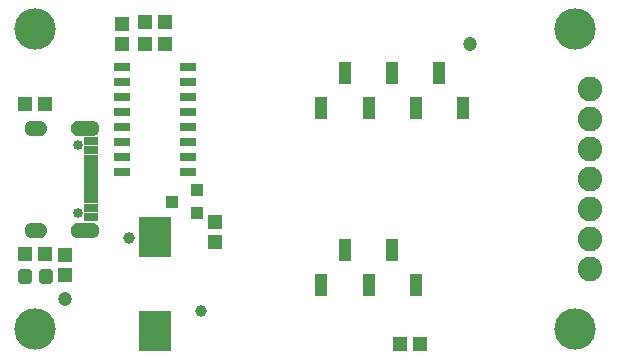
<source format=gts>
G75*
%MOIN*%
%OFA0B0*%
%FSLAX25Y25*%
%IPPOS*%
%LPD*%
%AMOC8*
5,1,8,0,0,1.08239X$1,22.5*
%
%ADD10C,0.01990*%
%ADD11R,0.04737X0.05131*%
%ADD12C,0.13800*%
%ADD13R,0.04343X0.03950*%
%ADD14R,0.10643X0.13398*%
%ADD15C,0.03950*%
%ADD16C,0.04737*%
%ADD17R,0.05524X0.03162*%
%ADD18R,0.04737X0.01981*%
%ADD19R,0.04737X0.03162*%
%ADD20C,0.03359*%
%ADD21C,0.00039*%
%ADD22R,0.05131X0.04737*%
%ADD23R,0.04146X0.07493*%
%ADD24C,0.08200*%
D10*
X0101429Y0091127D02*
X0101429Y0093873D01*
X0104175Y0093873D01*
X0104175Y0091127D01*
X0101429Y0091127D01*
X0101429Y0093017D02*
X0104175Y0093017D01*
X0108335Y0093873D02*
X0108335Y0091127D01*
X0108335Y0093873D02*
X0111081Y0093873D01*
X0111081Y0091127D01*
X0108335Y0091127D01*
X0108335Y0093017D02*
X0111081Y0093017D01*
D11*
X0116255Y0092904D03*
X0116255Y0099596D03*
X0166255Y0104154D03*
X0166255Y0110846D03*
X0135255Y0170154D03*
X0135255Y0176846D03*
D12*
X0106255Y0075000D03*
X0286255Y0075000D03*
X0286255Y0175000D03*
X0106255Y0175000D03*
D13*
X0160192Y0121240D03*
X0151924Y0117500D03*
X0160192Y0113760D03*
D14*
X0146255Y0105748D03*
X0146255Y0074252D03*
D15*
X0161609Y0081142D03*
X0137397Y0105354D03*
D16*
X0116255Y0085000D03*
X0251255Y0170000D03*
D17*
X0157279Y0162500D03*
X0157279Y0157500D03*
X0157279Y0152500D03*
X0157279Y0147500D03*
X0157279Y0142500D03*
X0157279Y0137500D03*
X0157279Y0132500D03*
X0157279Y0127500D03*
X0135231Y0127500D03*
X0135231Y0132500D03*
X0135231Y0137500D03*
X0135231Y0142500D03*
X0135231Y0147500D03*
X0135231Y0152500D03*
X0135231Y0157500D03*
X0135231Y0162500D03*
D18*
X0124916Y0131890D03*
X0124916Y0129921D03*
X0124916Y0127953D03*
X0124916Y0125984D03*
X0124916Y0124016D03*
X0124916Y0122047D03*
X0124916Y0120079D03*
X0124916Y0118110D03*
D19*
X0124916Y0115354D03*
X0124916Y0112303D03*
X0124916Y0134646D03*
X0124916Y0137697D03*
D20*
X0120566Y0136378D03*
X0120566Y0113622D03*
D21*
X0120271Y0110354D02*
X0119772Y0110274D01*
X0119304Y0110084D01*
X0118889Y0109795D01*
X0118549Y0109421D01*
X0118301Y0108981D01*
X0118158Y0108496D01*
X0118125Y0107992D01*
X0118158Y0107488D01*
X0118301Y0107003D01*
X0118549Y0106563D01*
X0118889Y0106189D01*
X0119304Y0105900D01*
X0119772Y0105711D01*
X0120271Y0105630D01*
X0124995Y0105630D01*
X0125437Y0105691D01*
X0125859Y0105837D01*
X0126243Y0106062D01*
X0126577Y0106358D01*
X0126846Y0106714D01*
X0127041Y0107115D01*
X0127154Y0107547D01*
X0127180Y0107992D01*
X0127154Y0108437D01*
X0127041Y0108869D01*
X0126846Y0109270D01*
X0126577Y0109626D01*
X0126243Y0109922D01*
X0125859Y0110147D01*
X0125437Y0110293D01*
X0124995Y0110354D01*
X0120271Y0110354D01*
X0120207Y0110344D02*
X0125070Y0110344D01*
X0125344Y0110306D02*
X0119973Y0110306D01*
X0119758Y0110268D02*
X0125509Y0110268D01*
X0125619Y0110230D02*
X0119665Y0110230D01*
X0119571Y0110193D02*
X0125728Y0110193D01*
X0125838Y0110155D02*
X0119478Y0110155D01*
X0119384Y0110117D02*
X0125911Y0110117D01*
X0125976Y0110079D02*
X0119296Y0110079D01*
X0119242Y0110041D02*
X0126040Y0110041D01*
X0126105Y0110003D02*
X0119187Y0110003D01*
X0119133Y0109965D02*
X0126170Y0109965D01*
X0126234Y0109927D02*
X0119079Y0109927D01*
X0119024Y0109889D02*
X0126280Y0109889D01*
X0126323Y0109852D02*
X0118970Y0109852D01*
X0118916Y0109814D02*
X0126365Y0109814D01*
X0126408Y0109776D02*
X0118872Y0109776D01*
X0118837Y0109738D02*
X0126451Y0109738D01*
X0126493Y0109700D02*
X0118803Y0109700D01*
X0118768Y0109662D02*
X0126536Y0109662D01*
X0126578Y0109624D02*
X0118734Y0109624D01*
X0118700Y0109586D02*
X0126607Y0109586D01*
X0126635Y0109549D02*
X0118665Y0109549D01*
X0118631Y0109511D02*
X0126664Y0109511D01*
X0126693Y0109473D02*
X0118596Y0109473D01*
X0118562Y0109435D02*
X0126722Y0109435D01*
X0126750Y0109397D02*
X0118536Y0109397D01*
X0118514Y0109359D02*
X0126779Y0109359D01*
X0126808Y0109321D02*
X0118493Y0109321D01*
X0118472Y0109283D02*
X0126836Y0109283D01*
X0126858Y0109245D02*
X0118450Y0109245D01*
X0118429Y0109208D02*
X0126877Y0109208D01*
X0126895Y0109170D02*
X0118408Y0109170D01*
X0118386Y0109132D02*
X0126913Y0109132D01*
X0126932Y0109094D02*
X0118365Y0109094D01*
X0118344Y0109056D02*
X0126950Y0109056D01*
X0126969Y0109018D02*
X0118322Y0109018D01*
X0118301Y0108980D02*
X0126987Y0108980D01*
X0127005Y0108942D02*
X0118290Y0108942D01*
X0118279Y0108905D02*
X0127024Y0108905D01*
X0127042Y0108867D02*
X0118267Y0108867D01*
X0118256Y0108829D02*
X0127052Y0108829D01*
X0127061Y0108791D02*
X0118245Y0108791D01*
X0118234Y0108753D02*
X0127071Y0108753D01*
X0127081Y0108715D02*
X0118223Y0108715D01*
X0118211Y0108677D02*
X0127091Y0108677D01*
X0127101Y0108639D02*
X0118200Y0108639D01*
X0118189Y0108601D02*
X0127111Y0108601D01*
X0127121Y0108564D02*
X0118178Y0108564D01*
X0118166Y0108526D02*
X0127131Y0108526D01*
X0127141Y0108488D02*
X0118157Y0108488D01*
X0118155Y0108450D02*
X0127151Y0108450D01*
X0127155Y0108412D02*
X0118152Y0108412D01*
X0118150Y0108374D02*
X0127158Y0108374D01*
X0127160Y0108336D02*
X0118147Y0108336D01*
X0118145Y0108298D02*
X0127162Y0108298D01*
X0127164Y0108261D02*
X0118142Y0108261D01*
X0118140Y0108223D02*
X0127167Y0108223D01*
X0127169Y0108185D02*
X0118138Y0108185D01*
X0118135Y0108147D02*
X0127171Y0108147D01*
X0127173Y0108109D02*
X0118133Y0108109D01*
X0118130Y0108071D02*
X0127176Y0108071D01*
X0127178Y0108033D02*
X0118128Y0108033D01*
X0118125Y0107995D02*
X0127180Y0107995D01*
X0127178Y0107958D02*
X0118127Y0107958D01*
X0118130Y0107920D02*
X0127176Y0107920D01*
X0127174Y0107882D02*
X0118132Y0107882D01*
X0118135Y0107844D02*
X0127171Y0107844D01*
X0127169Y0107806D02*
X0118137Y0107806D01*
X0118140Y0107768D02*
X0127167Y0107768D01*
X0127165Y0107730D02*
X0118142Y0107730D01*
X0118144Y0107692D02*
X0127162Y0107692D01*
X0127160Y0107654D02*
X0118147Y0107654D01*
X0118149Y0107617D02*
X0127158Y0107617D01*
X0127156Y0107579D02*
X0118152Y0107579D01*
X0118154Y0107541D02*
X0127152Y0107541D01*
X0127142Y0107503D02*
X0118157Y0107503D01*
X0118164Y0107465D02*
X0127132Y0107465D01*
X0127123Y0107427D02*
X0118176Y0107427D01*
X0118187Y0107389D02*
X0127113Y0107389D01*
X0127103Y0107351D02*
X0118198Y0107351D01*
X0118209Y0107314D02*
X0127093Y0107314D01*
X0127083Y0107276D02*
X0118221Y0107276D01*
X0118232Y0107238D02*
X0127073Y0107238D01*
X0127063Y0107200D02*
X0118243Y0107200D01*
X0118254Y0107162D02*
X0127053Y0107162D01*
X0127043Y0107124D02*
X0118266Y0107124D01*
X0118277Y0107086D02*
X0127027Y0107086D01*
X0127009Y0107048D02*
X0118288Y0107048D01*
X0118299Y0107010D02*
X0126990Y0107010D01*
X0126972Y0106973D02*
X0118319Y0106973D01*
X0118340Y0106935D02*
X0126953Y0106935D01*
X0126935Y0106897D02*
X0118361Y0106897D01*
X0118383Y0106859D02*
X0126917Y0106859D01*
X0126898Y0106821D02*
X0118404Y0106821D01*
X0118425Y0106783D02*
X0126880Y0106783D01*
X0126861Y0106745D02*
X0118447Y0106745D01*
X0118468Y0106707D02*
X0126841Y0106707D01*
X0126813Y0106670D02*
X0118489Y0106670D01*
X0118511Y0106632D02*
X0126784Y0106632D01*
X0126755Y0106594D02*
X0118532Y0106594D01*
X0118556Y0106556D02*
X0126727Y0106556D01*
X0126698Y0106518D02*
X0118590Y0106518D01*
X0118625Y0106480D02*
X0126669Y0106480D01*
X0126640Y0106442D02*
X0118659Y0106442D01*
X0118694Y0106404D02*
X0126612Y0106404D01*
X0126583Y0106366D02*
X0118728Y0106366D01*
X0118762Y0106329D02*
X0126543Y0106329D01*
X0126501Y0106291D02*
X0118797Y0106291D01*
X0118831Y0106253D02*
X0126458Y0106253D01*
X0126415Y0106215D02*
X0118866Y0106215D01*
X0118906Y0106177D02*
X0126373Y0106177D01*
X0126330Y0106139D02*
X0118961Y0106139D01*
X0119015Y0106101D02*
X0126287Y0106101D01*
X0126245Y0106063D02*
X0119069Y0106063D01*
X0119124Y0106026D02*
X0126181Y0106026D01*
X0126116Y0105988D02*
X0119178Y0105988D01*
X0119232Y0105950D02*
X0126051Y0105950D01*
X0125987Y0105912D02*
X0119287Y0105912D01*
X0119368Y0105874D02*
X0125922Y0105874D01*
X0125856Y0105836D02*
X0119462Y0105836D01*
X0119555Y0105798D02*
X0125747Y0105798D01*
X0125638Y0105760D02*
X0119649Y0105760D01*
X0119742Y0105723D02*
X0125528Y0105723D01*
X0125392Y0105685D02*
X0119932Y0105685D01*
X0120167Y0105647D02*
X0125117Y0105647D01*
X0109692Y0107530D02*
X0109555Y0107085D01*
X0109334Y0106676D01*
X0109038Y0106318D01*
X0108677Y0106024D01*
X0108266Y0105807D01*
X0107820Y0105674D01*
X0107357Y0105630D01*
X0104995Y0105630D01*
X0104536Y0105677D01*
X0104096Y0105813D01*
X0103690Y0106032D01*
X0103335Y0106326D01*
X0103044Y0106684D01*
X0102828Y0107091D01*
X0102696Y0107533D01*
X0102653Y0107992D01*
X0102709Y0108516D01*
X0102881Y0109014D01*
X0103160Y0109461D01*
X0103531Y0109835D01*
X0103976Y0110117D01*
X0104472Y0110293D01*
X0104995Y0110354D01*
X0107357Y0110354D01*
X0107886Y0110297D01*
X0108388Y0110124D01*
X0108839Y0109843D01*
X0109216Y0109469D01*
X0109500Y0109020D01*
X0109678Y0108520D01*
X0109739Y0107992D01*
X0109692Y0107530D01*
X0109693Y0107541D02*
X0102695Y0107541D01*
X0102692Y0107579D02*
X0109697Y0107579D01*
X0109701Y0107617D02*
X0102688Y0107617D01*
X0102685Y0107654D02*
X0109705Y0107654D01*
X0109709Y0107692D02*
X0102681Y0107692D01*
X0102677Y0107730D02*
X0109712Y0107730D01*
X0109716Y0107768D02*
X0102674Y0107768D01*
X0102670Y0107806D02*
X0109720Y0107806D01*
X0109724Y0107844D02*
X0102667Y0107844D01*
X0102663Y0107882D02*
X0109728Y0107882D01*
X0109732Y0107920D02*
X0102660Y0107920D01*
X0102656Y0107958D02*
X0109736Y0107958D01*
X0109739Y0107995D02*
X0102653Y0107995D01*
X0102657Y0108033D02*
X0109735Y0108033D01*
X0109730Y0108071D02*
X0102661Y0108071D01*
X0102665Y0108109D02*
X0109726Y0108109D01*
X0109721Y0108147D02*
X0102669Y0108147D01*
X0102674Y0108185D02*
X0109717Y0108185D01*
X0109712Y0108223D02*
X0102678Y0108223D01*
X0102682Y0108261D02*
X0109708Y0108261D01*
X0109704Y0108298D02*
X0102686Y0108298D01*
X0102690Y0108336D02*
X0109699Y0108336D01*
X0109695Y0108374D02*
X0102694Y0108374D01*
X0102698Y0108412D02*
X0109690Y0108412D01*
X0109686Y0108450D02*
X0102702Y0108450D01*
X0102706Y0108488D02*
X0109681Y0108488D01*
X0109676Y0108526D02*
X0102713Y0108526D01*
X0102726Y0108564D02*
X0109662Y0108564D01*
X0109649Y0108601D02*
X0102739Y0108601D01*
X0102752Y0108639D02*
X0109635Y0108639D01*
X0109622Y0108677D02*
X0102765Y0108677D01*
X0102778Y0108715D02*
X0109608Y0108715D01*
X0109595Y0108753D02*
X0102791Y0108753D01*
X0102804Y0108791D02*
X0109581Y0108791D01*
X0109568Y0108829D02*
X0102818Y0108829D01*
X0102831Y0108867D02*
X0109555Y0108867D01*
X0109541Y0108905D02*
X0102844Y0108905D01*
X0102857Y0108942D02*
X0109528Y0108942D01*
X0109514Y0108980D02*
X0102870Y0108980D01*
X0102884Y0109018D02*
X0109501Y0109018D01*
X0109477Y0109056D02*
X0102908Y0109056D01*
X0102931Y0109094D02*
X0109453Y0109094D01*
X0109429Y0109132D02*
X0102955Y0109132D01*
X0102978Y0109170D02*
X0109405Y0109170D01*
X0109381Y0109208D02*
X0103002Y0109208D01*
X0103026Y0109245D02*
X0109357Y0109245D01*
X0109333Y0109283D02*
X0103049Y0109283D01*
X0103073Y0109321D02*
X0109309Y0109321D01*
X0109285Y0109359D02*
X0103096Y0109359D01*
X0103120Y0109397D02*
X0109261Y0109397D01*
X0109237Y0109435D02*
X0103144Y0109435D01*
X0103171Y0109473D02*
X0109212Y0109473D01*
X0109174Y0109511D02*
X0103209Y0109511D01*
X0103247Y0109549D02*
X0109135Y0109549D01*
X0109097Y0109586D02*
X0103284Y0109586D01*
X0103322Y0109624D02*
X0109059Y0109624D01*
X0109021Y0109662D02*
X0103359Y0109662D01*
X0103397Y0109700D02*
X0108983Y0109700D01*
X0108944Y0109738D02*
X0103434Y0109738D01*
X0103472Y0109776D02*
X0108906Y0109776D01*
X0108868Y0109814D02*
X0103510Y0109814D01*
X0103557Y0109852D02*
X0108825Y0109852D01*
X0108764Y0109889D02*
X0103617Y0109889D01*
X0103676Y0109927D02*
X0108703Y0109927D01*
X0108642Y0109965D02*
X0103736Y0109965D01*
X0103796Y0110003D02*
X0108581Y0110003D01*
X0108520Y0110041D02*
X0103856Y0110041D01*
X0103915Y0110079D02*
X0108460Y0110079D01*
X0108399Y0110117D02*
X0103975Y0110117D01*
X0104081Y0110155D02*
X0108298Y0110155D01*
X0108188Y0110193D02*
X0104188Y0110193D01*
X0104295Y0110230D02*
X0108079Y0110230D01*
X0107969Y0110268D02*
X0104402Y0110268D01*
X0104583Y0110306D02*
X0107802Y0110306D01*
X0107452Y0110344D02*
X0104907Y0110344D01*
X0102705Y0107503D02*
X0109684Y0107503D01*
X0109672Y0107465D02*
X0102716Y0107465D01*
X0102728Y0107427D02*
X0109660Y0107427D01*
X0109649Y0107389D02*
X0102739Y0107389D01*
X0102750Y0107351D02*
X0109637Y0107351D01*
X0109625Y0107314D02*
X0102762Y0107314D01*
X0102773Y0107276D02*
X0109614Y0107276D01*
X0109602Y0107238D02*
X0102784Y0107238D01*
X0102796Y0107200D02*
X0109590Y0107200D01*
X0109579Y0107162D02*
X0102807Y0107162D01*
X0102818Y0107124D02*
X0109567Y0107124D01*
X0109555Y0107086D02*
X0102831Y0107086D01*
X0102851Y0107048D02*
X0109535Y0107048D01*
X0109515Y0107010D02*
X0102871Y0107010D01*
X0102891Y0106973D02*
X0109494Y0106973D01*
X0109474Y0106935D02*
X0102911Y0106935D01*
X0102931Y0106897D02*
X0109453Y0106897D01*
X0109433Y0106859D02*
X0102951Y0106859D01*
X0102971Y0106821D02*
X0109412Y0106821D01*
X0109392Y0106783D02*
X0102991Y0106783D01*
X0103011Y0106745D02*
X0109372Y0106745D01*
X0109351Y0106707D02*
X0103031Y0106707D01*
X0103055Y0106670D02*
X0109329Y0106670D01*
X0109297Y0106632D02*
X0103086Y0106632D01*
X0103117Y0106594D02*
X0109266Y0106594D01*
X0109235Y0106556D02*
X0103148Y0106556D01*
X0103178Y0106518D02*
X0109203Y0106518D01*
X0109172Y0106480D02*
X0103209Y0106480D01*
X0103240Y0106442D02*
X0109141Y0106442D01*
X0109109Y0106404D02*
X0103271Y0106404D01*
X0103302Y0106366D02*
X0109078Y0106366D01*
X0109047Y0106329D02*
X0103333Y0106329D01*
X0103377Y0106291D02*
X0109004Y0106291D01*
X0108958Y0106253D02*
X0103423Y0106253D01*
X0103469Y0106215D02*
X0108911Y0106215D01*
X0108865Y0106177D02*
X0103515Y0106177D01*
X0103560Y0106139D02*
X0108818Y0106139D01*
X0108772Y0106101D02*
X0103606Y0106101D01*
X0103652Y0106063D02*
X0108725Y0106063D01*
X0108679Y0106026D02*
X0103702Y0106026D01*
X0103772Y0105988D02*
X0108608Y0105988D01*
X0108536Y0105950D02*
X0103842Y0105950D01*
X0103912Y0105912D02*
X0108465Y0105912D01*
X0108393Y0105874D02*
X0103982Y0105874D01*
X0104052Y0105836D02*
X0108322Y0105836D01*
X0108238Y0105798D02*
X0104143Y0105798D01*
X0104266Y0105760D02*
X0108111Y0105760D01*
X0107984Y0105723D02*
X0104389Y0105723D01*
X0104512Y0105685D02*
X0107857Y0105685D01*
X0107536Y0105647D02*
X0104831Y0105647D01*
X0104995Y0139646D02*
X0104536Y0139693D01*
X0104096Y0139828D01*
X0103690Y0140048D01*
X0103335Y0140342D01*
X0103044Y0140699D01*
X0102828Y0141107D01*
X0102696Y0141549D01*
X0102653Y0142008D01*
X0102709Y0142532D01*
X0102881Y0143030D01*
X0103160Y0143477D01*
X0103531Y0143851D01*
X0103976Y0144133D01*
X0104472Y0144309D01*
X0104995Y0144370D01*
X0107357Y0144370D01*
X0107886Y0144313D01*
X0108388Y0144139D01*
X0108839Y0143859D01*
X0109216Y0143485D01*
X0109500Y0143036D01*
X0109678Y0142535D01*
X0109739Y0142008D01*
X0109692Y0141545D01*
X0109555Y0141101D01*
X0109334Y0140692D01*
X0109038Y0140333D01*
X0108677Y0140040D01*
X0108266Y0139822D01*
X0107820Y0139689D01*
X0107357Y0139646D01*
X0104995Y0139646D01*
X0104814Y0139664D02*
X0107554Y0139664D01*
X0107863Y0139702D02*
X0104506Y0139702D01*
X0104383Y0139740D02*
X0107990Y0139740D01*
X0108117Y0139778D02*
X0104260Y0139778D01*
X0104137Y0139816D02*
X0108243Y0139816D01*
X0108325Y0139854D02*
X0104049Y0139854D01*
X0103979Y0139892D02*
X0108396Y0139892D01*
X0108468Y0139929D02*
X0103909Y0139929D01*
X0103839Y0139967D02*
X0108540Y0139967D01*
X0108611Y0140005D02*
X0103769Y0140005D01*
X0103698Y0140043D02*
X0108681Y0140043D01*
X0108727Y0140081D02*
X0103650Y0140081D01*
X0103604Y0140119D02*
X0108774Y0140119D01*
X0108820Y0140157D02*
X0103558Y0140157D01*
X0103512Y0140195D02*
X0108867Y0140195D01*
X0108913Y0140232D02*
X0103467Y0140232D01*
X0103421Y0140270D02*
X0108960Y0140270D01*
X0109007Y0140308D02*
X0103375Y0140308D01*
X0103331Y0140346D02*
X0109048Y0140346D01*
X0109079Y0140384D02*
X0103300Y0140384D01*
X0103269Y0140422D02*
X0109111Y0140422D01*
X0109142Y0140460D02*
X0103239Y0140460D01*
X0103208Y0140498D02*
X0109173Y0140498D01*
X0109205Y0140536D02*
X0103177Y0140536D01*
X0103146Y0140573D02*
X0109236Y0140573D01*
X0109268Y0140611D02*
X0103115Y0140611D01*
X0103085Y0140649D02*
X0109299Y0140649D01*
X0109330Y0140687D02*
X0103054Y0140687D01*
X0103030Y0140725D02*
X0109352Y0140725D01*
X0109372Y0140763D02*
X0103010Y0140763D01*
X0102990Y0140801D02*
X0109393Y0140801D01*
X0109413Y0140839D02*
X0102970Y0140839D01*
X0102950Y0140876D02*
X0109434Y0140876D01*
X0109454Y0140914D02*
X0102930Y0140914D01*
X0102910Y0140952D02*
X0109475Y0140952D01*
X0109495Y0140990D02*
X0102890Y0140990D01*
X0102870Y0141028D02*
X0109516Y0141028D01*
X0109536Y0141066D02*
X0102850Y0141066D01*
X0102830Y0141104D02*
X0109556Y0141104D01*
X0109568Y0141142D02*
X0102818Y0141142D01*
X0102806Y0141179D02*
X0109579Y0141179D01*
X0109591Y0141217D02*
X0102795Y0141217D01*
X0102784Y0141255D02*
X0109603Y0141255D01*
X0109614Y0141293D02*
X0102772Y0141293D01*
X0102761Y0141331D02*
X0109626Y0141331D01*
X0109638Y0141369D02*
X0102750Y0141369D01*
X0102738Y0141407D02*
X0109649Y0141407D01*
X0109661Y0141445D02*
X0102727Y0141445D01*
X0102716Y0141483D02*
X0109673Y0141483D01*
X0109684Y0141520D02*
X0102704Y0141520D01*
X0102695Y0141558D02*
X0109693Y0141558D01*
X0109697Y0141596D02*
X0102692Y0141596D01*
X0102688Y0141634D02*
X0109701Y0141634D01*
X0109705Y0141672D02*
X0102684Y0141672D01*
X0102681Y0141710D02*
X0109709Y0141710D01*
X0109713Y0141748D02*
X0102677Y0141748D01*
X0102674Y0141786D02*
X0109716Y0141786D01*
X0109720Y0141823D02*
X0102670Y0141823D01*
X0102667Y0141861D02*
X0109724Y0141861D01*
X0109728Y0141899D02*
X0102663Y0141899D01*
X0102659Y0141937D02*
X0109732Y0141937D01*
X0109736Y0141975D02*
X0102656Y0141975D01*
X0102653Y0142013D02*
X0109739Y0142013D01*
X0109734Y0142051D02*
X0102657Y0142051D01*
X0102661Y0142089D02*
X0109730Y0142089D01*
X0109725Y0142127D02*
X0102666Y0142127D01*
X0102670Y0142164D02*
X0109721Y0142164D01*
X0109717Y0142202D02*
X0102674Y0142202D01*
X0102678Y0142240D02*
X0109712Y0142240D01*
X0109708Y0142278D02*
X0102682Y0142278D01*
X0102686Y0142316D02*
X0109703Y0142316D01*
X0109699Y0142354D02*
X0102690Y0142354D01*
X0102694Y0142392D02*
X0109694Y0142392D01*
X0109690Y0142430D02*
X0102698Y0142430D01*
X0102703Y0142467D02*
X0109686Y0142467D01*
X0109681Y0142505D02*
X0102707Y0142505D01*
X0102714Y0142543D02*
X0109675Y0142543D01*
X0109661Y0142581D02*
X0102727Y0142581D01*
X0102740Y0142619D02*
X0109648Y0142619D01*
X0109635Y0142657D02*
X0102753Y0142657D01*
X0102766Y0142695D02*
X0109621Y0142695D01*
X0109608Y0142733D02*
X0102779Y0142733D01*
X0102792Y0142771D02*
X0109594Y0142771D01*
X0109581Y0142808D02*
X0102805Y0142808D01*
X0102818Y0142846D02*
X0109567Y0142846D01*
X0109554Y0142884D02*
X0102831Y0142884D01*
X0102844Y0142922D02*
X0109541Y0142922D01*
X0109527Y0142960D02*
X0102857Y0142960D01*
X0102870Y0142998D02*
X0109514Y0142998D01*
X0109500Y0143036D02*
X0102885Y0143036D01*
X0102909Y0143074D02*
X0109476Y0143074D01*
X0109452Y0143111D02*
X0102932Y0143111D01*
X0102956Y0143149D02*
X0109428Y0143149D01*
X0109404Y0143187D02*
X0102980Y0143187D01*
X0103003Y0143225D02*
X0109380Y0143225D01*
X0109356Y0143263D02*
X0103027Y0143263D01*
X0103050Y0143301D02*
X0109332Y0143301D01*
X0109308Y0143339D02*
X0103074Y0143339D01*
X0103097Y0143377D02*
X0109284Y0143377D01*
X0109260Y0143414D02*
X0103121Y0143414D01*
X0103145Y0143452D02*
X0109236Y0143452D01*
X0109210Y0143490D02*
X0103173Y0143490D01*
X0103211Y0143528D02*
X0109172Y0143528D01*
X0109134Y0143566D02*
X0103248Y0143566D01*
X0103286Y0143604D02*
X0109095Y0143604D01*
X0109057Y0143642D02*
X0103323Y0143642D01*
X0103361Y0143680D02*
X0109019Y0143680D01*
X0108981Y0143718D02*
X0103399Y0143718D01*
X0103436Y0143755D02*
X0108943Y0143755D01*
X0108904Y0143793D02*
X0103474Y0143793D01*
X0103511Y0143831D02*
X0108866Y0143831D01*
X0108822Y0143869D02*
X0103560Y0143869D01*
X0103619Y0143907D02*
X0108761Y0143907D01*
X0108700Y0143945D02*
X0103679Y0143945D01*
X0103739Y0143983D02*
X0108639Y0143983D01*
X0108578Y0144021D02*
X0103799Y0144021D01*
X0103858Y0144058D02*
X0108518Y0144058D01*
X0108457Y0144096D02*
X0103918Y0144096D01*
X0103979Y0144134D02*
X0108396Y0144134D01*
X0108293Y0144172D02*
X0104086Y0144172D01*
X0104193Y0144210D02*
X0108183Y0144210D01*
X0108074Y0144248D02*
X0104300Y0144248D01*
X0104407Y0144286D02*
X0107964Y0144286D01*
X0107785Y0144324D02*
X0104598Y0144324D01*
X0104922Y0144362D02*
X0107436Y0144362D01*
X0118158Y0142512D02*
X0118125Y0142008D01*
X0118158Y0141504D01*
X0118301Y0141019D01*
X0118549Y0140579D01*
X0118889Y0140205D01*
X0119304Y0139916D01*
X0119772Y0139726D01*
X0120271Y0139646D01*
X0124995Y0139646D01*
X0125437Y0139707D01*
X0125859Y0139853D01*
X0126243Y0140078D01*
X0126577Y0140374D01*
X0126846Y0140730D01*
X0127041Y0141131D01*
X0127154Y0141563D01*
X0127180Y0142008D01*
X0127154Y0142453D01*
X0127041Y0142885D01*
X0126846Y0143286D01*
X0126577Y0143642D01*
X0118736Y0143642D01*
X0118770Y0143680D02*
X0126534Y0143680D01*
X0126491Y0143718D02*
X0118804Y0143718D01*
X0118839Y0143755D02*
X0126449Y0143755D01*
X0126406Y0143793D02*
X0118873Y0143793D01*
X0118889Y0143811D02*
X0119304Y0144100D01*
X0119772Y0144289D01*
X0120271Y0144370D01*
X0124995Y0144370D01*
X0125437Y0144309D01*
X0125859Y0144163D01*
X0126243Y0143938D01*
X0126577Y0143642D01*
X0126605Y0143604D02*
X0118701Y0143604D01*
X0118667Y0143566D02*
X0126634Y0143566D01*
X0126663Y0143528D02*
X0118632Y0143528D01*
X0118598Y0143490D02*
X0126692Y0143490D01*
X0126720Y0143452D02*
X0118564Y0143452D01*
X0118549Y0143437D02*
X0118889Y0143811D01*
X0118918Y0143831D02*
X0126363Y0143831D01*
X0126321Y0143869D02*
X0118973Y0143869D01*
X0119027Y0143907D02*
X0126278Y0143907D01*
X0126231Y0143945D02*
X0119081Y0143945D01*
X0119136Y0143983D02*
X0126167Y0143983D01*
X0126102Y0144021D02*
X0119190Y0144021D01*
X0119244Y0144058D02*
X0126037Y0144058D01*
X0125973Y0144096D02*
X0119299Y0144096D01*
X0119388Y0144134D02*
X0125908Y0144134D01*
X0125833Y0144172D02*
X0119482Y0144172D01*
X0119576Y0144210D02*
X0125723Y0144210D01*
X0125614Y0144248D02*
X0119669Y0144248D01*
X0119763Y0144286D02*
X0125504Y0144286D01*
X0125332Y0144324D02*
X0119983Y0144324D01*
X0120218Y0144362D02*
X0125057Y0144362D01*
X0126749Y0143414D02*
X0118537Y0143414D01*
X0118549Y0143437D02*
X0118301Y0142997D01*
X0118158Y0142512D01*
X0118157Y0142505D02*
X0127140Y0142505D01*
X0127150Y0142467D02*
X0118155Y0142467D01*
X0118152Y0142430D02*
X0127155Y0142430D01*
X0127158Y0142392D02*
X0118150Y0142392D01*
X0118147Y0142354D02*
X0127160Y0142354D01*
X0127162Y0142316D02*
X0118145Y0142316D01*
X0118143Y0142278D02*
X0127164Y0142278D01*
X0127166Y0142240D02*
X0118140Y0142240D01*
X0118138Y0142202D02*
X0127169Y0142202D01*
X0127171Y0142164D02*
X0118135Y0142164D01*
X0118133Y0142127D02*
X0127173Y0142127D01*
X0127175Y0142089D02*
X0118130Y0142089D01*
X0118128Y0142051D02*
X0127178Y0142051D01*
X0127180Y0142013D02*
X0118125Y0142013D01*
X0118127Y0141975D02*
X0127178Y0141975D01*
X0127176Y0141937D02*
X0118130Y0141937D01*
X0118132Y0141899D02*
X0127174Y0141899D01*
X0127172Y0141861D02*
X0118135Y0141861D01*
X0118137Y0141823D02*
X0127169Y0141823D01*
X0127167Y0141786D02*
X0118139Y0141786D01*
X0118142Y0141748D02*
X0127165Y0141748D01*
X0127163Y0141710D02*
X0118144Y0141710D01*
X0118147Y0141672D02*
X0127160Y0141672D01*
X0127158Y0141634D02*
X0118149Y0141634D01*
X0118152Y0141596D02*
X0127156Y0141596D01*
X0127153Y0141558D02*
X0118154Y0141558D01*
X0118156Y0141520D02*
X0127143Y0141520D01*
X0127133Y0141483D02*
X0118164Y0141483D01*
X0118175Y0141445D02*
X0127123Y0141445D01*
X0127113Y0141407D02*
X0118186Y0141407D01*
X0118198Y0141369D02*
X0127103Y0141369D01*
X0127093Y0141331D02*
X0118209Y0141331D01*
X0118220Y0141293D02*
X0127083Y0141293D01*
X0127074Y0141255D02*
X0118231Y0141255D01*
X0118243Y0141217D02*
X0127064Y0141217D01*
X0127054Y0141179D02*
X0118254Y0141179D01*
X0118265Y0141142D02*
X0127044Y0141142D01*
X0127028Y0141104D02*
X0118276Y0141104D01*
X0118288Y0141066D02*
X0127009Y0141066D01*
X0126991Y0141028D02*
X0118299Y0141028D01*
X0118318Y0140990D02*
X0126973Y0140990D01*
X0126954Y0140952D02*
X0118339Y0140952D01*
X0118360Y0140914D02*
X0126936Y0140914D01*
X0126918Y0140876D02*
X0118382Y0140876D01*
X0118403Y0140839D02*
X0126899Y0140839D01*
X0126881Y0140801D02*
X0118424Y0140801D01*
X0118446Y0140763D02*
X0126862Y0140763D01*
X0126843Y0140725D02*
X0118467Y0140725D01*
X0118489Y0140687D02*
X0126814Y0140687D01*
X0126785Y0140649D02*
X0118510Y0140649D01*
X0118531Y0140611D02*
X0126757Y0140611D01*
X0126728Y0140573D02*
X0118554Y0140573D01*
X0118589Y0140536D02*
X0126699Y0140536D01*
X0126670Y0140498D02*
X0118623Y0140498D01*
X0118658Y0140460D02*
X0126642Y0140460D01*
X0126613Y0140422D02*
X0118692Y0140422D01*
X0118726Y0140384D02*
X0126584Y0140384D01*
X0126545Y0140346D02*
X0118761Y0140346D01*
X0118795Y0140308D02*
X0126503Y0140308D01*
X0126460Y0140270D02*
X0118830Y0140270D01*
X0118864Y0140232D02*
X0126417Y0140232D01*
X0126375Y0140195D02*
X0118904Y0140195D01*
X0118958Y0140157D02*
X0126332Y0140157D01*
X0126289Y0140119D02*
X0119013Y0140119D01*
X0119067Y0140081D02*
X0126247Y0140081D01*
X0126184Y0140043D02*
X0119121Y0140043D01*
X0119176Y0140005D02*
X0126119Y0140005D01*
X0126054Y0139967D02*
X0119230Y0139967D01*
X0119284Y0139929D02*
X0125990Y0139929D01*
X0125925Y0139892D02*
X0119364Y0139892D01*
X0119457Y0139854D02*
X0125860Y0139854D01*
X0125752Y0139816D02*
X0119551Y0139816D01*
X0119644Y0139778D02*
X0125643Y0139778D01*
X0125533Y0139740D02*
X0119738Y0139740D01*
X0119921Y0139702D02*
X0125404Y0139702D01*
X0125130Y0139664D02*
X0120156Y0139664D01*
X0118167Y0142543D02*
X0127130Y0142543D01*
X0127120Y0142581D02*
X0118178Y0142581D01*
X0118189Y0142619D02*
X0127111Y0142619D01*
X0127101Y0142657D02*
X0118201Y0142657D01*
X0118212Y0142695D02*
X0127091Y0142695D01*
X0127081Y0142733D02*
X0118223Y0142733D01*
X0118234Y0142771D02*
X0127071Y0142771D01*
X0127061Y0142808D02*
X0118246Y0142808D01*
X0118257Y0142846D02*
X0127051Y0142846D01*
X0127041Y0142884D02*
X0118268Y0142884D01*
X0118279Y0142922D02*
X0127023Y0142922D01*
X0127005Y0142960D02*
X0118291Y0142960D01*
X0118302Y0142998D02*
X0126986Y0142998D01*
X0126968Y0143036D02*
X0118323Y0143036D01*
X0118345Y0143074D02*
X0126949Y0143074D01*
X0126931Y0143111D02*
X0118366Y0143111D01*
X0118387Y0143149D02*
X0126913Y0143149D01*
X0126894Y0143187D02*
X0118409Y0143187D01*
X0118430Y0143225D02*
X0126876Y0143225D01*
X0126857Y0143263D02*
X0118451Y0143263D01*
X0118473Y0143301D02*
X0126835Y0143301D01*
X0126806Y0143339D02*
X0118494Y0143339D01*
X0118515Y0143377D02*
X0126778Y0143377D01*
D22*
X0109602Y0150000D03*
X0102909Y0150000D03*
X0142909Y0170000D03*
X0149602Y0170000D03*
X0149602Y0177500D03*
X0142909Y0177500D03*
X0109602Y0100000D03*
X0102909Y0100000D03*
X0227909Y0070000D03*
X0234602Y0070000D03*
D23*
X0233040Y0089574D03*
X0217292Y0089574D03*
X0201544Y0089574D03*
X0209418Y0101385D03*
X0225166Y0101385D03*
X0217292Y0148674D03*
X0201544Y0148674D03*
X0209418Y0160485D03*
X0225166Y0160485D03*
X0240914Y0160485D03*
X0233040Y0148674D03*
X0248788Y0148674D03*
D24*
X0291255Y0145000D03*
X0291255Y0155000D03*
X0291255Y0135000D03*
X0291255Y0125000D03*
X0291255Y0115000D03*
X0291255Y0105000D03*
X0291255Y0095000D03*
M02*

</source>
